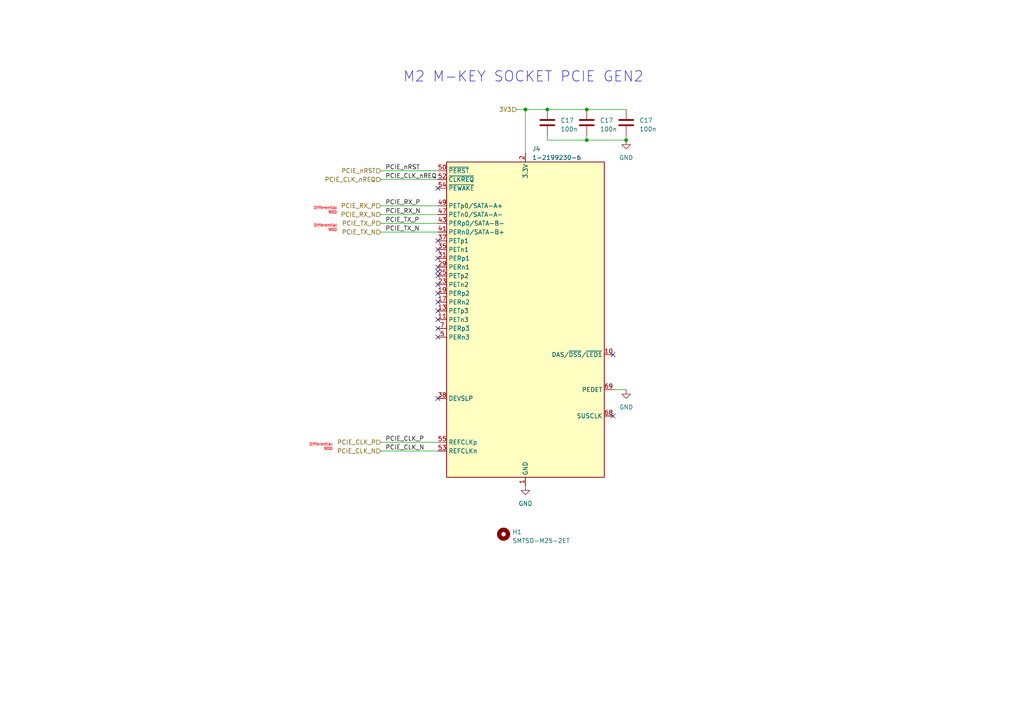
<source format=kicad_sch>
(kicad_sch (version 20230121) (generator eeschema)
  (paper "A4")
  (title_block (title "Payload 2023 CM4 Board") (date "2023-04-25") (rev "0.1WIP") (company "AGH Space Systems") (comment 1 "Filip Tomczyk") (comment 2 "SQ3TLE.DEV"))
  (lib_symbols
    (symbol "Connector:Bus_M.2_Socket_M"
      (property "Reference" "J" (at -22.86 46.99 0))
      (property "Value" "Bus_M.2_Socket_M" (at 16.51 46.99 0))
      (symbol "Bus_M.2_Socket_M_0_1"
        (rectangle (start -22.86 45.72) (end 22.86 -45.72) (stroke (width 0.254)) (fill (type background)))
      )
      (symbol "Bus_M.2_Socket_M_1_1"
        (pin power_in line (at 0 -48.26 90) (length 2.54) (name "GND") (number "1"))
        (pin bidirectional line (at 25.4 -10.16 180) (length 2.54) (name "DAS/~{DSS}/~{LED1}") (number "10"))
        (pin output line (at -25.4 0 0) (length 2.54) (name "PETn3") (number "11"))
        (pin passive line (at 0 48.26 270) (length 2.54) hide (name "3.3V") (number "12"))
        (pin output line (at -25.4 2.54 0) (length 2.54) (name "PETp3") (number "13"))
        (pin passive line (at 0 48.26 270) (length 2.54) hide (name "3.3V") (number "14"))
        (pin passive line (at 0 -48.26 90) (length 2.54) hide (name "GND") (number "15"))
        (pin passive line (at 0 48.26 270) (length 2.54) hide (name "3.3V") (number "16"))
        (pin input line (at -25.4 5.08 0) (length 2.54) (name "PERn2") (number "17"))
        (pin passive line (at 0 48.26 270) (length 2.54) hide (name "3.3V") (number "18"))
        (pin input line (at -25.4 7.62 0) (length 2.54) (name "PERp2") (number "19"))
        (pin power_in line (at 0 48.26 270) (length 2.54) (name "3.3V") (number "2"))
        (pin no_connect line (at 22.86 2.54 180) (length 2.54) hide (name "NC") (number "20"))
        (pin passive line (at 0 -48.26 90) (length 2.54) hide (name "GND") (number "21"))
        (pin no_connect line (at 22.86 5.08 180) (length 2.54) hide (name "NC") (number "22"))
        (pin output line (at -25.4 10.16 0) (length 2.54) (name "PETn2") (number "23"))
        (pin no_connect line (at 22.86 7.62 180) (length 2.54) hide (name "NC") (number "24"))
        (pin output line (at -25.4 12.7 0) (length 2.54) (name "PETp2") (number "25"))
        (pin no_connect line (at 22.86 10.16 180) (length 2.54) hide (name "NC") (number "26"))
        (pin passive line (at 0 -48.26 90) (length 2.54) hide (name "GND") (number "27"))
        (pin no_connect line (at 22.86 12.7 180) (length 2.54) hide (name "NC") (number "28"))
        (pin input line (at -25.4 15.24 0) (length 2.54) (name "PERn1") (number "29"))
        (pin passive line (at 0 -48.26 90) (length 2.54) hide (name "GND") (number "3"))
        (pin no_connect line (at 22.86 15.24 180) (length 2.54) hide (name "NC") (number "30"))
        (pin input line (at -25.4 17.78 0) (length 2.54) (name "PERp1") (number "31"))
        (pin no_connect line (at 22.86 17.78 180) (length 2.54) hide (name "NC") (number "32"))
        (pin passive line (at 0 -48.26 90) (length 2.54) hide (name "GND") (number "33"))
        (pin no_connect line (at 22.86 20.32 180) (length 2.54) hide (name "NC") (number "34"))
        (pin output line (at -25.4 20.32 0) (length 2.54) (name "PETn1") (number "35"))
        (pin no_connect line (at 22.86 22.86 180) (length 2.54) hide (name "NC") (number "36"))
        (pin output line (at -25.4 22.86 0) (length 2.54) (name "PETp1") (number "37"))
        (pin output line (at -25.4 -22.86 0) (length 2.54) (name "DEVSLP") (number "38"))
        (pin passive line (at 0 -48.26 90) (length 2.54) hide (name "GND") (number "39"))
        (pin passive line (at 0 48.26 270) (length 2.54) hide (name "3.3V") (number "4"))
        (pin no_connect line (at 22.86 25.4 180) (length 2.54) hide (name "NC") (number "40"))
        (pin input line (at -25.4 25.4 0) (length 2.54) (name "PERn0/SATA-B+") (number "41"))
        (pin no_connect line (at 22.86 27.94 180) (length 2.54) hide (name "NC") (number "42"))
        (pin input line (at -25.4 27.94 0) (length 2.54) (name "PERp0/SATA-B-") (number "43"))
        (pin no_connect line (at 22.86 30.48 180) (length 2.54) hide (name "NC") (number "44"))
        (pin passive line (at 0 -48.26 90) (length 2.54) hide (name "GND") (number "45"))
        (pin no_connect line (at 22.86 33.02 180) (length 2.54) hide (name "NC") (number "46"))
        (pin output line (at -25.4 30.48 0) (length 2.54) (name "PETn0/SATA-A-") (number "47"))
        (pin no_connect line (at 22.86 35.56 180) (length 2.54) hide (name "NC") (number "48"))
        (pin output line (at -25.4 33.02 0) (length 2.54) (name "PETp0/SATA-A+") (number "49"))
        (pin input line (at -25.4 -5.08 0) (length 2.54) (name "PERn3") (number "5"))
        (pin output line (at -25.4 43.18 0) (length 2.54) (name "~{PERST}") (number "50"))
        (pin passive line (at 0 -48.26 90) (length 2.54) hide (name "GND") (number "51"))
        (pin bidirectional line (at -25.4 40.64 0) (length 2.54) (name "~{CLKREQ}") (number "52"))
        (pin output line (at -25.4 -38.1 0) (length 2.54) (name "REFCLKn") (number "53"))
        (pin bidirectional line (at -25.4 38.1 0) (length 2.54) (name "~{PEWAKE}") (number "54"))
        (pin output line (at -25.4 -35.56 0) (length 2.54) (name "REFCLKp") (number "55"))
        (pin no_connect line (at 22.86 38.1 180) (length 2.54) hide (name "NC") (number "56"))
        (pin passive line (at 0 -48.26 90) (length 2.54) hide (name "GND") (number "57"))
        (pin no_connect line (at 22.86 40.64 180) (length 2.54) hide (name "NC") (number "58"))
        (pin no_connect line (at 22.86 -2.54 180) (length 2.54) hide (name "NC") (number "6"))
        (pin no_connect line (at 22.86 -5.08 180) (length 2.54) hide (name "NC") (number "67"))
        (pin output line (at 25.4 -27.94 180) (length 2.54) (name "SUSCLK") (number "68"))
        (pin passive line (at 25.4 -20.32 180) (length 2.54) (name "PEDET") (number "69"))
        (pin input line (at -25.4 -2.54 0) (length 2.54) (name "PERp3") (number "7"))
        (pin passive line (at 0 48.26 270) (length 2.54) hide (name "3.3V") (number "70"))
        (pin passive line (at 0 -48.26 90) (length 2.54) hide (name "GND") (number "71"))
        (pin passive line (at 0 48.26 270) (length 2.54) hide (name "3.3V") (number "72"))
        (pin passive line (at 0 -48.26 90) (length 2.54) hide (name "GND") (number "73"))
        (pin passive line (at 0 48.26 270) (length 2.54) hide (name "3.3V") (number "74"))
        (pin passive line (at 0 -48.26 90) (length 2.54) hide (name "GND") (number "75"))
        (pin no_connect line (at 22.86 0 180) (length 2.54) hide (name "NC") (number "8"))
        (pin passive line (at 0 -48.26 90) (length 2.54) hide (name "GND") (number "9"))
      )
    )
    (symbol "Device:C" (pin_numbers hide) (pin_names (offset 0.254))
      (property "Reference" "C" (at 0.635 2.54 0))
      (property "Value" "C" (at 0.635 -2.54 0))
      (symbol "C_0_1"
        (polyline (pts (xy -2.032 -0.762) (xy 2.032 -0.762)) (stroke (width 0.508)))
        (polyline (pts (xy -2.032 0.762) (xy 2.032 0.762)) (stroke (width 0.508)))
      )
      (symbol "C_1_1"
        (pin passive line (at 0 3.81 270) (length 2.794) (name "~") (number "1"))
        (pin passive line (at 0 -3.81 90) (length 2.794) (name "~") (number "2"))
      )
    )
    (symbol "Mechanical:MountingHole" (pin_names (offset 1.016))
      (property "Reference" "H" (at 0 5.08 0))
      (property "Value" "MountingHole" (at 0 3.175 0))
      (symbol "MountingHole_0_1"
        (circle (center 0 0) (radius 1.27) (stroke (width 1.27)))
      )
    )
    (symbol "power:GND" (power) (pin_names (offset 0))
      (property "Value" "GND" (at 0 -3.81 0))
      (symbol "GND_0_1"
        (polyline (pts (xy 0 0) (xy 0 -1.27) (xy 1.27 -1.27) (xy 0 -2.54) (xy -1.27 -1.27) (xy 0 -1.27)))
      )
      (symbol "GND_1_1"
        (pin power_in line (at 0 0 270) (length 0) hide (name "GND") (number "1"))
      )
    )
  )
  (junction (at 181.61 40.64))
  (junction (at 170.18 31.75))
  (junction (at 158.75 31.75))
  (junction (at 152.4 31.75))
  (junction (at 170.18 40.64))
  (no_connect (at 127 54.61))
  (no_connect (at 127 92.71))
  (no_connect (at 127 82.55))
  (no_connect (at 127 87.63))
  (no_connect (at 127 69.85))
  (no_connect (at 177.8 102.87))
  (no_connect (at 127 77.47))
  (no_connect (at 127 80.01))
  (no_connect (at 127 95.25))
  (no_connect (at 127 74.93))
  (no_connect (at 177.8 120.65))
  (no_connect (at 127 85.09))
  (no_connect (at 127 97.79))
  (no_connect (at 127 72.39))
  (no_connect (at 127 78.74))
  (no_connect (at 127 90.17))
  (no_connect (at 127 115.57))
  (wire (pts (xy 110.49 49.53) (xy 127 49.53)))
  (wire (pts (xy 170.18 40.64) (xy 181.61 40.64)))
  (wire (pts (xy 158.75 39.37) (xy 158.75 40.64)))
  (wire (pts (xy 158.75 40.64) (xy 170.18 40.64)))
  (wire (pts (xy 110.49 130.81) (xy 127 130.81)))
  (wire (pts (xy 158.75 31.75) (xy 170.18 31.75)))
  (wire (pts (xy 170.18 31.75) (xy 181.61 31.75)))
  (wire (pts (xy 181.61 40.64) (xy 181.61 39.37)))
  (wire (pts (xy 177.8 113.03) (xy 181.61 113.03)))
  (wire (pts (xy 110.49 59.69) (xy 127 59.69)))
  (wire (pts (xy 170.18 39.37) (xy 170.18 40.64)))
  (wire (pts (xy 152.4 31.75) (xy 158.75 31.75)))
  (wire (pts (xy 110.49 64.77) (xy 127 64.77)))
  (wire (pts (xy 110.49 52.07) (xy 127 52.07)))
  (wire (pts (xy 152.4 31.75) (xy 152.4 44.45)))
  (wire (pts (xy 152.4 31.75) (xy 149.86 31.75)))
  (wire (pts (xy 110.49 128.27) (xy 127 128.27)))
  (wire (pts (xy 110.49 67.31) (xy 127 67.31)))
  (wire (pts (xy 110.49 62.23) (xy 127 62.23)))
  (text "Differential\n90Ω" (at 97.79 62.23 0) (effects (font (size 0.8 0.8)) (justify right bottom)))
  (text "Differential\n90Ω" (at 97.79 67.31 0) (effects (font (size 0.8 0.8)) (justify right bottom)))
  (text "Differential\n90Ω" (at 96.52 130.81 0) (effects (font (size 0.8 0.8)) (justify right bottom)))
  (text "M2 M-KEY SOCKET PCIE GEN2" (at 116.84 24.13 0) (effects (font (size 3 3)) (justify left bottom)))
  (label "PCIE_CLK_nREQ" (at 111.76 52.07 0))
  (label "PCIE_TX_N" (at 111.76 67.31 0))
  (label "PCIE_TX_P" (at 111.76 64.77 0))
  (label "PCIE_CLK_P" (at 111.76 128.27 0))
  (label "PCIE_CLK_N" (at 111.76 130.81 0))
  (label "PCIE_nRST" (at 111.76 49.53 0))
  (label "PCIE_RX_P" (at 111.76 59.69 0))
  (label "PCIE_RX_N" (at 111.76 62.23 0))
  (hierarchical_label "PCIE_nRST" (shape input) (at 110.49 49.53 180))
  (hierarchical_label "PCIE_CLK_P" (shape input) (at 110.49 128.27 180))
  (hierarchical_label "PCIE_TX_N" (shape input) (at 110.49 67.31 180))
  (hierarchical_label "PCIE_CLK_N" (shape input) (at 110.49 130.81 180))
  (hierarchical_label "PCIE_RX_N" (shape input) (at 110.49 62.23 180))
  (hierarchical_label "PCIE_TX_P" (shape input) (at 110.49 64.77 180))
  (hierarchical_label "PCIE_RX_P" (shape input) (at 110.49 59.69 180))
  (hierarchical_label "PCIE_CLK_nREQ" (shape input) (at 110.49 52.07 180))
  (hierarchical_label "3V3" (shape input) (at 149.86 31.75 180))
  (symbol (lib_id "Device:C") (at 170.18 35.56 0) (unit 1)
    (property "Reference" "C17" (at 173.99 34.925 0) (effects (justify left)))
    (property "Value" "100n" (at 173.99 37.465 0) (effects (justify left)))
    (property "Footprint" "Capacitor_SMD:C_0402_1005Metric" (effects hide))
    (instances (project "Payload_cm4_23" (path "" (reference "C17") (unit 1)) (path "" (reference "C10") (unit 1))))
  )
  (symbol (lib_id "Device:C") (at 158.75 35.56 0) (unit 1)
    (property "Reference" "C17" (at 162.56 34.925 0) (effects (justify left)))
    (property "Value" "100n" (at 162.56 37.465 0) (effects (justify left)))
    (property "Footprint" "Capacitor_SMD:C_0402_1005Metric" (effects hide))
    (instances (project "Payload_cm4_23" (path "" (reference "C17") (unit 1)) (path "" (reference "C9") (unit 1))))
  )
  (symbol (lib_id "power:GND") (at 181.61 113.03 0) (unit 1)
    (property "Reference" "#PWR06" (effects hide))
    (property "Value" "GND" (at 181.61 118.11 0))
  )
  (symbol (lib_id "Device:C") (at 181.61 35.56 0) (unit 1)
    (property "Reference" "C17" (at 185.42 34.925 0) (effects (justify left)))
    (property "Value" "100n" (at 185.42 37.465 0) (effects (justify left)))
    (property "Footprint" "Capacitor_SMD:C_0402_1005Metric" (effects hide))
    (instances (project "Payload_cm4_23" (path "" (reference "C17") (unit 1)) (path "" (reference "C11") (unit 1))))
  )
  (symbol (lib_id "power:GND") (at 152.4 140.97 0) (unit 1)
    (property "Reference" "#PWR04" (effects hide))
    (property "Value" "GND" (at 152.4 146.05 0))
  )
  (symbol (lib_id "Connector:Bus_M.2_Socket_M") (at 152.4 92.71 0) (unit 1)
    (property "Reference" "J4" (at 154.3559 43.18 0) (effects (justify left)))
    (property "Value" "1-2199230-6" (at 154.3559 45.72 0) (effects (justify left)))
    (property "Footprint" "LibLoader:121992306" (effects hide))
    (property "Datasheet" "http://read.pudn.com/downloads794/doc/project/3133918/PCIe_M.2_Electromechanical_Spec_Rev1.0_Final_11012013_RS_Clean.pdf#page=155" (effects hide))
  )
  (symbol (lib_id "Mechanical:MountingHole") (at 146.05 154.94 0) (unit 1)
    (property "Reference" "H1" (at 148.59 154.305 0) (effects (justify left)))
    (property "Value" "SMTSO-M25-2ET" (at 148.59 156.845 0) (effects (justify left)))
    (property "Footprint" "LibLoader:SMTSOM252ET" (effects hide))
    (instances (project "Payload_cm4_23" (path "" (reference "H1") (unit 1)) (path "" (reference "H9") (unit 1))))
  )
  (symbol (lib_id "power:GND") (at 181.61 40.64 0) (unit 1)
    (property "Reference" "#PWR041" (effects hide))
    (property "Value" "GND" (at 181.61 45.72 0))
  )
)
</source>
